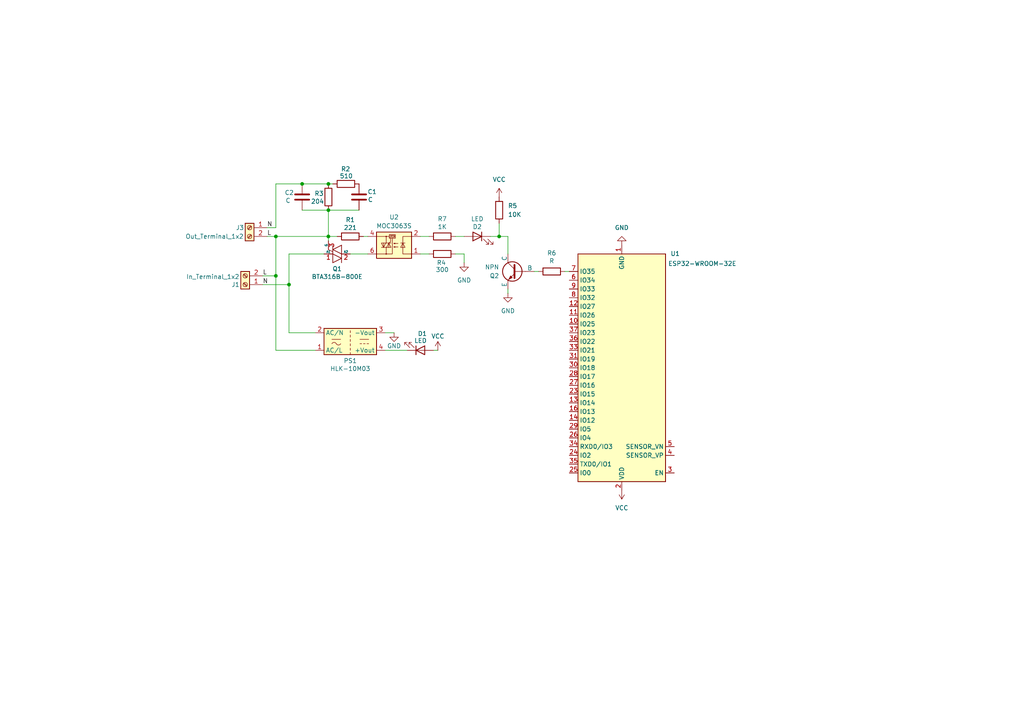
<source format=kicad_sch>
(kicad_sch (version 20250114) (generator "eeschema") (generator_version "9.0")
  (paper "A4")
  (title_block (title "Powerline") (date "2024-06-15") (rev "1") (company "Design by Brian Salehi"))
  (lib_symbols
    (symbol "Connector:Screw_Terminal_01x02" (pin_names (offset 1.016) (hide yes))
      (property "Reference" "J" (at 0 2.54 0))
      (property "Value" "Screw_Terminal_01x02" (at 0 -5.08 0))
      (symbol "Screw_Terminal_01x02_1_1"
        (rectangle (start -1.27 1.27) (end 1.27 -3.81) (stroke (width 0.254)) (fill (type background)))
        (polyline (pts (xy -0.5334 0.3302) (xy 0.3302 -0.508)) (stroke (width 0.1524)))
        (polyline (pts (xy -0.5334 -2.2098) (xy 0.3302 -3.048)) (stroke (width 0.1524)))
        (polyline (pts (xy -0.3556 0.508) (xy 0.508 -0.3302)) (stroke (width 0.1524)))
        (polyline (pts (xy -0.3556 -2.032) (xy 0.508 -2.8702)) (stroke (width 0.1524)))
        (circle (center 0 0) (radius 0.635) (stroke (width 0.1524)))
        (circle (center 0 -2.54) (radius 0.635) (stroke (width 0.1524)))
        (pin passive line (at -5.08 0 0) (length 3.81) (name "Pin_1") (number "1"))
        (pin passive line (at -5.08 -2.54 0) (length 3.81) (name "Pin_2") (number "2"))
      )
    )
    (symbol "Converter_ACDC:HLK-10M03"
      (property "Reference" "PS" (at 0 5.08 0))
      (property "Value" "HLK-10M03" (at 0 -5.08 0))
      (symbol "HLK-10M03_0_1"
        (rectangle (start -7.62 3.81) (end 7.62 -3.81) (stroke (width 0.254)) (fill (type background)))
        (polyline (pts (xy -5.334 -0.635) (xy -2.794 -0.635)))
        (arc (start -4.064 0.635) (mid -4.699 0.2495) (end -5.334 0.635))
        (arc (start -4.064 0.635) (mid -3.429 1.0072) (end -2.794 0.635))
        (polyline (pts (xy 0 3.81) (xy 0 3.175)))
        (polyline (pts (xy 0 2.54) (xy 0 1.905)))
        (polyline (pts (xy 0 1.27) (xy 0 0.635)))
        (polyline (pts (xy 0 0) (xy 0 -0.635)))
        (polyline (pts (xy 0 -1.27) (xy 0 -1.905)))
        (polyline (pts (xy 0 -2.54) (xy 0 -3.175)))
        (polyline (pts (xy 2.794 0.635) (xy 3.302 0.635)))
        (polyline (pts (xy 2.794 -0.635) (xy 5.334 -0.635)))
        (polyline (pts (xy 3.81 0.635) (xy 4.318 0.635)))
        (polyline (pts (xy 4.826 0.635) (xy 5.334 0.635)))
      )
      (symbol "HLK-10M03_1_1"
        (pin power_in line (at -10.16 2.54 0) (length 2.54) (name "AC/L") (number "1"))
        (pin power_in line (at -10.16 -2.54 0) (length 2.54) (name "AC/N") (number "2"))
        (pin power_out line (at 10.16 2.54 180) (length 2.54) (name "+Vout") (number "4"))
        (pin power_out line (at 10.16 -2.54 180) (length 2.54) (name "-Vout") (number "3"))
      )
    )
    (symbol "Device:C" (pin_numbers (hide yes)) (pin_names (offset 0.254))
      (property "Reference" "C" (at 0.635 2.54 0))
      (property "Value" "C" (at 0.635 -2.54 0))
      (symbol "C_0_1"
        (polyline (pts (xy -2.032 0.762) (xy 2.032 0.762)) (stroke (width 0.508)))
        (polyline (pts (xy -2.032 -0.762) (xy 2.032 -0.762)) (stroke (width 0.508)))
      )
      (symbol "C_1_1"
        (pin passive line (at 0 3.81 270) (length 2.794) (name "~") (number "1"))
        (pin passive line (at 0 -3.81 90) (length 2.794) (name "~") (number "2"))
      )
    )
    (symbol "Device:LED" (pin_numbers (hide yes)) (pin_names (offset 1.016) (hide yes))
      (property "Reference" "D" (at 0 2.54 0))
      (property "Value" "LED" (at 0 -2.54 0))
      (symbol "LED_0_1"
        (polyline (pts (xy -3.048 -0.762) (xy -4.572 -2.286) (xy -3.81 -2.286) (xy -4.572 -2.286) (xy -4.572 -1.524)))
        (polyline (pts (xy -1.778 -0.762) (xy -3.302 -2.286) (xy -2.54 -2.286) (xy -3.302 -2.286) (xy -3.302 -1.524)))
        (polyline (pts (xy -1.27 0) (xy 1.27 0)))
        (polyline (pts (xy -1.27 -1.27) (xy -1.27 1.27)) (stroke (width 0.254)))
        (polyline (pts (xy 1.27 -1.27) (xy 1.27 1.27) (xy -1.27 0) (xy 1.27 -1.27)) (stroke (width 0.254)))
      )
      (symbol "LED_1_1"
        (pin passive line (at -3.81 0 0) (length 2.54) (name "K") (number "1"))
        (pin passive line (at 3.81 0 180) (length 2.54) (name "A") (number "2"))
      )
    )
    (symbol "Device:R" (pin_numbers (hide yes)) (pin_names (offset 0))
      (property "Reference" "R" (at 2.032 0 90))
      (property "Value" "R" (at 0 0 90))
      (symbol "R_0_1"
        (rectangle (start -1.016 -2.54) (end 1.016 2.54) (stroke (width 0.254)))
      )
      (symbol "R_1_1"
        (pin passive line (at 0 3.81 270) (length 1.27) (name "~") (number "1"))
        (pin passive line (at 0 -3.81 90) (length 1.27) (name "~") (number "2"))
      )
    )
    (symbol "RF_Module:ESP32-WROOM-32E"
      (property "Reference" "U" (at -12.7 34.29 0))
      (property "Value" "ESP32-WROOM-32E" (at 1.27 34.29 0))
      (symbol "ESP32-WROOM-32E_0_1"
        (rectangle (start -12.7 33.02) (end 12.7 -33.02) (stroke (width 0.254)) (fill (type background)))
      )
      (symbol "ESP32-WROOM-32E_1_1"
        (pin input line (at -15.24 30.48 0) (length 2.54) (name "EN") (number "3"))
        (pin input line (at -15.24 25.4 0) (length 2.54) (name "SENSOR_VP") (number "4"))
        (pin input line (at -15.24 22.86 0) (length 2.54) (name "SENSOR_VN") (number "5"))
        (pin no_connect line (at -12.7 0 0) (length 2.54) (hide yes) (name "NC") (number "21"))
        (pin no_connect line (at -12.7 -2.54 0) (length 2.54) (hide yes) (name "NC") (number "22"))
        (pin no_connect line (at -12.7 -5.08 0) (length 2.54) (hide yes) (name "NC") (number "17"))
        (pin no_connect line (at -12.7 -7.62 0) (length 2.54) (hide yes) (name "NC") (number "18"))
        (pin no_connect line (at -12.7 -10.16 0) (length 2.54) (hide yes) (name "NC") (number "20"))
        (pin no_connect line (at -12.7 -12.7 0) (length 2.54) (hide yes) (name "NC") (number "19"))
        (pin no_connect line (at -12.7 -27.94 0) (length 2.54) (hide yes) (name "NC") (number "32"))
        (pin power_in line (at 0 35.56 270) (length 2.54) (name "VDD") (number "2"))
        (pin power_in line (at 0 -35.56 90) (length 2.54) (name "GND") (number "1"))
        (pin passive line (at 0 -35.56 90) (length 2.54) (hide yes) (name "GND") (number "15"))
        (pin passive line (at 0 -35.56 90) (length 2.54) (hide yes) (name "GND") (number "38"))
        (pin passive line (at 0 -35.56 90) (length 2.54) (hide yes) (name "GND") (number "39"))
        (pin bidirectional line (at 15.24 30.48 180) (length 2.54) (name "IO0") (number "25"))
        (pin bidirectional line (at 15.24 27.94 180) (length 2.54) (name "TXD0/IO1") (number "35"))
        (pin bidirectional line (at 15.24 25.4 180) (length 2.54) (name "IO2") (number "24"))
        (pin bidirectional line (at 15.24 22.86 180) (length 2.54) (name "RXD0/IO3") (number "34"))
        (pin bidirectional line (at 15.24 20.32 180) (length 2.54) (name "IO4") (number "26"))
        (pin bidirectional line (at 15.24 17.78 180) (length 2.54) (name "IO5") (number "29"))
        (pin bidirectional line (at 15.24 15.24 180) (length 2.54) (name "IO12") (number "14"))
        (pin bidirectional line (at 15.24 12.7 180) (length 2.54) (name "IO13") (number "16"))
        (pin bidirectional line (at 15.24 10.16 180) (length 2.54) (name "IO14") (number "13"))
        (pin bidirectional line (at 15.24 7.62 180) (length 2.54) (name "IO15") (number "23"))
        (pin bidirectional line (at 15.24 5.08 180) (length 2.54) (name "IO16") (number "27"))
        (pin bidirectional line (at 15.24 2.54 180) (length 2.54) (name "IO17") (number "28"))
        (pin bidirectional line (at 15.24 0 180) (length 2.54) (name "IO18") (number "30"))
        (pin bidirectional line (at 15.24 -2.54 180) (length 2.54) (name "IO19") (number "31"))
        (pin bidirectional line (at 15.24 -5.08 180) (length 2.54) (name "IO21") (number "33"))
        (pin bidirectional line (at 15.24 -7.62 180) (length 2.54) (name "IO22") (number "36"))
        (pin bidirectional line (at 15.24 -10.16 180) (length 2.54) (name "IO23") (number "37"))
        (pin bidirectional line (at 15.24 -12.7 180) (length 2.54) (name "IO25") (number "10"))
        (pin bidirectional line (at 15.24 -15.24 180) (length 2.54) (name "IO26") (number "11"))
        (pin bidirectional line (at 15.24 -17.78 180) (length 2.54) (name "IO27") (number "12"))
        (pin bidirectional line (at 15.24 -20.32 180) (length 2.54) (name "IO32") (number "8"))
        (pin bidirectional line (at 15.24 -22.86 180) (length 2.54) (name "IO33") (number "9"))
        (pin input line (at 15.24 -25.4 180) (length 2.54) (name "IO34") (number "6"))
        (pin input line (at 15.24 -27.94 180) (length 2.54) (name "IO35") (number "7"))
      )
    )
    (symbol "Relay_SolidState:MOC3063M"
      (property "Reference" "U" (at -5.08 5.08 0))
      (property "Value" "MOC3063M" (at 0 5.08 0))
      (symbol "MOC3063M_0_0"
        (rectangle (start -0.381 -2.032) (end 1.397 -3.048))
        (polyline (pts (xy 1.524 -0.635) (xy 1.016 -1.016) (xy 1.016 -2.032)))
        (polyline (pts (xy 2.286 -2.54) (xy 1.397 -2.54)))
        (text "ZCD" (at 0.508 -2.54 0) (effects (font (size 0.508 0.508))))
      )
      (symbol "MOC3063M_0_1"
        (rectangle (start -5.08 3.81) (end 5.08 -3.81) (stroke (width 0.254)) (fill (type background)))
        (polyline (pts (xy -5.08 2.54) (xy -2.54 2.54) (xy -2.54 -2.54) (xy -5.08 -2.54)))
        (polyline (pts (xy -3.175 -0.635) (xy -1.905 -0.635)))
        (polyline (pts (xy -2.54 -0.635) (xy -3.175 0.635) (xy -1.905 0.635) (xy -2.54 -0.635)))
        (polyline (pts (xy -1.143 0.508) (xy 0.127 0.508) (xy -0.254 0.381) (xy -0.254 0.635) (xy 0.127 0.508)))
        (polyline (pts (xy -1.143 -0.508) (xy 0.127 -0.508) (xy -0.254 -0.635) (xy -0.254 -0.381) (xy 0.127 -0.508)))
        (polyline (pts (xy 0.889 -0.635) (xy 3.683 -0.635) (xy 3.048 0.635) (xy 2.413 -0.635)))
        (polyline (pts (xy 1.524 -0.635) (xy 1.524 0.635)))
        (polyline (pts (xy 2.286 2.54) (xy 0.508 2.54) (xy 0.508 -2.032)))
        (circle (center 2.286 2.54) (radius 0.127))
        (polyline (pts (xy 2.286 0.635) (xy 2.286 2.54) (xy 5.08 2.54)))
        (polyline (pts (xy 2.286 -0.635) (xy 2.286 -2.54) (xy 5.08 -2.54)))
        (circle (center 2.286 -2.54) (radius 0.127))
        (polyline (pts (xy 3.048 0.635) (xy 3.048 -0.635)))
        (polyline (pts (xy 3.683 0.635) (xy 0.889 0.635) (xy 1.524 -0.635) (xy 2.159 0.635)))
      )
      (symbol "MOC3063M_1_1"
        (pin passive line (at -7.62 2.54 0) (length 2.54) (name "~") (number "1"))
        (pin passive line (at -7.62 -2.54 0) (length 2.54) (name "~") (number "2"))
        (pin no_connect line (at -5.08 0 0) (length 2.54) (hide yes) (name "NC") (number "3"))
        (pin no_connect line (at 5.08 0 180) (length 2.54) (hide yes) (name "NC") (number "5"))
        (pin passive line (at 7.62 2.54 180) (length 2.54) (name "~") (number "6"))
        (pin passive line (at 7.62 -2.54 180) (length 2.54) (name "~") (number "4"))
      )
    )
    (symbol "Simulation_SPICE:NPN" (pin_numbers (hide yes)) (pin_names (offset 0))
      (property "Reference" "Q" (at -2.54 7.62 0))
      (property "Value" "NPN" (at -2.54 5.08 0))
      (symbol "NPN_0_1"
        (polyline (pts (xy -2.54 0) (xy 0.635 0)) (stroke (width 0.1524)))
        (polyline (pts (xy 0.635 1.905) (xy 0.635 -1.905) (xy 0.635 -1.905)) (stroke (width 0.508)))
        (polyline (pts (xy 0.635 0.635) (xy 2.54 2.54)))
        (polyline (pts (xy 0.635 -0.635) (xy 2.54 -2.54) (xy 2.54 -2.54)))
        (circle (center 1.27 0) (radius 2.8194) (stroke (width 0.254)))
        (polyline (pts (xy 1.27 -1.778) (xy 1.778 -1.27) (xy 2.286 -2.286) (xy 1.27 -1.778) (xy 1.27 -1.778)) (fill (type outline)))
        (polyline (pts (xy 2.794 -1.27) (xy 2.794 -1.27)) (stroke (width 0.1524)))
        (polyline (pts (xy 2.794 -1.27) (xy 2.794 -1.27)) (stroke (width 0.1524)))
      )
      (symbol "NPN_1_1"
        (pin input line (at -5.08 0 0) (length 2.54) (name "B") (number "2"))
        (pin open_collector line (at 2.54 5.08 270) (length 2.54) (name "C") (number "1"))
        (pin open_emitter line (at 2.54 -5.08 90) (length 2.54) (name "E") (number "3"))
      )
    )
    (symbol "Triac_Thyristor:BTA16-800B" (pin_names (offset 0))
      (property "Reference" "Q" (at 5.08 1.905 0))
      (property "Value" "BTA16-800B" (at 5.08 0 0))
      (symbol "BTA16-800B_0_1"
        (polyline (pts (xy -2.54 1.27) (xy 2.54 1.27)) (stroke (width 0.2032)))
        (polyline (pts (xy -2.54 1.27) (xy -1.27 -1.27) (xy 0 1.27)) (stroke (width 0.2032)))
        (polyline (pts (xy -2.54 -1.27) (xy 2.54 -1.27)) (stroke (width 0.2032)))
        (polyline (pts (xy -1.27 -2.54) (xy -0.635 -1.27)))
        (polyline (pts (xy 0 -1.27) (xy 1.27 1.27) (xy 2.54 -1.27)) (stroke (width 0.2032)))
      )
      (symbol "BTA16-800B_1_1"
        (pin input line (at -3.81 -2.54 0) (length 2.54) (name "G") (number "3"))
        (pin passive line (at 0 3.81 270) (length 2.54) (name "A2") (number "2"))
        (pin passive line (at 0 -3.81 90) (length 2.54) (name "A1") (number "1"))
      )
    )
    (symbol "power:GND" (power) (pin_numbers (hide yes)) (pin_names (offset 0) (hide yes))
      (property "Value" "GND" (at 0 -3.81 0))
      (symbol "GND_0_1"
        (polyline (pts (xy 0 0) (xy 0 -1.27) (xy 1.27 -1.27) (xy 0 -2.54) (xy -1.27 -1.27) (xy 0 -1.27)))
      )
      (symbol "GND_1_1"
        (pin power_in line (at 0 0 270) (length 0) (name "~") (number "1"))
      )
    )
    (symbol "power:VCC" (power) (pin_numbers (hide yes)) (pin_names (offset 0) (hide yes))
      (property "Value" "VCC" (at 0 3.556 0))
      (symbol "VCC_0_1"
        (polyline (pts (xy -0.762 1.27) (xy 0 2.54)))
        (polyline (pts (xy 0 2.54) (xy 0.762 1.27)))
        (polyline (pts (xy 0 0) (xy 0 2.54)))
      )
      (symbol "VCC_1_1"
        (pin power_in line (at 0 0 90) (length 0) (name "~") (number "1"))
      )
    )
  )
  (junction (at 80.01 80.01))
  (junction (at 80.01 68.58))
  (junction (at 95.25 53.34))
  (junction (at 83.82 82.55))
  (junction (at 87.63 53.34))
  (junction (at 95.25 68.58))
  (junction (at 95.25 60.96))
  (junction (at 144.78 68.58))
  (wire (pts (xy 83.82 73.66) (xy 83.82 82.55)))
  (wire (pts (xy 111.76 101.6) (xy 118.11 101.6)))
  (wire (pts (xy 154.94 78.74) (xy 156.21 78.74)))
  (wire (pts (xy 121.92 68.58) (xy 124.46 68.58)))
  (wire (pts (xy 111.76 96.52) (xy 114.3 96.52)))
  (wire (pts (xy 147.32 68.58) (xy 144.78 68.58)))
  (wire (pts (xy 95.25 68.58) (xy 95.25 69.85)))
  (wire (pts (xy 134.62 73.66) (xy 132.08 73.66)))
  (wire (pts (xy 132.08 68.58) (xy 134.62 68.58)))
  (wire (pts (xy 93.98 73.66) (xy 83.82 73.66)))
  (wire (pts (xy 91.44 96.52) (xy 83.82 96.52)))
  (wire (pts (xy 87.63 60.96) (xy 95.25 60.96)))
  (wire (pts (xy 80.01 53.34) (xy 87.63 53.34)))
  (wire (pts (xy 124.46 73.66) (xy 121.92 73.66)))
  (wire (pts (xy 80.01 68.58) (xy 95.25 68.58)))
  (wire (pts (xy 87.63 53.34) (xy 95.25 53.34)))
  (wire (pts (xy 95.25 53.34) (xy 96.52 53.34)))
  (wire (pts (xy 80.01 101.6) (xy 80.01 80.01)))
  (wire (pts (xy 163.83 78.74) (xy 165.1 78.74)))
  (wire (pts (xy 142.24 68.58) (xy 144.78 68.58)))
  (wire (pts (xy 106.68 73.66) (xy 101.6 73.66)))
  (wire (pts (xy 134.62 76.2) (xy 134.62 73.66)))
  (wire (pts (xy 76.2 82.55) (xy 83.82 82.55)))
  (wire (pts (xy 77.47 68.58) (xy 80.01 68.58)))
  (wire (pts (xy 105.41 68.58) (xy 106.68 68.58)))
  (wire (pts (xy 147.32 73.66) (xy 147.32 68.58)))
  (wire (pts (xy 91.44 101.6) (xy 80.01 101.6)))
  (wire (pts (xy 95.25 68.58) (xy 97.79 68.58)))
  (wire (pts (xy 147.32 85.09) (xy 147.32 83.82)))
  (wire (pts (xy 76.2 80.01) (xy 80.01 80.01)))
  (wire (pts (xy 95.25 60.96) (xy 104.14 60.96)))
  (wire (pts (xy 80.01 53.34) (xy 80.01 66.04)))
  (wire (pts (xy 127 101.6) (xy 125.73 101.6)))
  (wire (pts (xy 77.47 66.04) (xy 80.01 66.04)))
  (wire (pts (xy 80.01 80.01) (xy 80.01 68.58)))
  (wire (pts (xy 95.25 60.96) (xy 95.25 68.58)))
  (wire (pts (xy 144.78 64.77) (xy 144.78 68.58)))
  (wire (pts (xy 83.82 96.52) (xy 83.82 82.55)))
  (label "L" (at 77.47 68.58 0))
  (label "L" (at 76.2 80.01 0))
  (label "N" (at 77.47 66.04 0))
  (label "N" (at 76.2 82.55 0))
  (symbol (lib_id "Triac_Thyristor:BTA16-800B") (at 97.79 73.66 270) (unit 1)
    (property "Reference" "Q1" (at 97.79 77.978 90))
    (property "Value" "BTA316B-800E" (at 97.79 80.264 90))
    (property "Footprint" "Package_TO_SOT_THT:TO-220-3_Vertical" (effects (hide yes)))
    (property "Datasheet" "https://www.st.com/resource/en/datasheet/bta16.pdf" (effects (hide yes)))
    (property "Description" "16A RMS, 800V Off-State Voltage, 50mA Sensitivity, Insulated, Triac, TO-220" (effects (hide yes)))
  )
  (symbol (lib_id "Device:LED") (at 138.43 68.58 0) (mirror y) (unit 1)
    (property "Reference" "D2" (at 138.43 65.786 0))
    (property "Value" "LED" (at 138.43 63.5 0))
    (property "Description" "Light emitting diode" (effects (hide yes)))
  )
  (symbol (lib_id "Device:R") (at 95.25 57.15 0) (unit 1)
    (property "Reference" "R3" (at 91.186 56.134 0) (effects (justify left)))
    (property "Value" "204" (at 90.17 58.42 0) (effects (justify left)))
    (property "Description" "Resistor" (effects (hide yes)))
  )
  (symbol (lib_id "Device:R") (at 144.78 60.96 0) (unit 1)
    (property "Reference" "R5" (at 147.32 59.6899 0) (effects (justify left)))
    (property "Value" "10K" (at 147.32 62.2299 0) (effects (justify left)))
    (property "Description" "Resistor" (effects (hide yes)))
  )
  (symbol (lib_id "Device:C") (at 104.14 57.15 0) (mirror y) (unit 1)
    (property "Reference" "C1" (at 107.95 55.626 0))
    (property "Value" "C" (at 107.442 57.912 0))
    (property "Description" "Unpolarized capacitor" (effects (hide yes)))
  )
  (symbol (lib_id "Device:C") (at 87.63 57.15 0) (unit 1)
    (property "Reference" "C2" (at 82.55 55.88 0) (effects (justify left)))
    (property "Value" "C" (at 82.804 58.166 0) (effects (justify left)))
    (property "Description" "Unpolarized capacitor" (effects (hide yes)))
  )
  (symbol (lib_id "Device:LED") (at 121.92 101.6 0) (mirror x) (unit 1)
    (property "Reference" "D1" (at 121.158 96.774 0) (effects (justify left)))
    (property "Value" "LED" (at 120.142 98.806 0) (effects (justify left)))
    (property "Description" "Light emitting diode" (effects (hide yes)))
  )
  (symbol (lib_id "power:VCC") (at 180.34 142.24 180) (unit 1)
    (property "Reference" "#PWR2" (effects (hide yes)))
    (property "Value" "VCC" (at 180.34 147.32 0))
    (property "Description" "Power symbol creates a global label with name \"VCC\"" (effects (hide yes)))
  )
  (symbol (lib_id "power:GND") (at 147.32 85.09 0) (unit 1)
    (property "Reference" "#PWR7" (effects (hide yes)))
    (property "Value" "GND" (at 147.32 90.17 0))
    (property "Description" "Power symbol creates a global label with name \"GND\" , ground" (effects (hide yes)))
  )
  (symbol (lib_id "power:GND") (at 134.62 76.2 0) (unit 1)
    (property "Reference" "#PWR4" (effects (hide yes)))
    (property "Value" "GND" (at 134.62 81.28 0))
    (property "Description" "Power symbol creates a global label with name \"GND\" , ground" (effects (hide yes)))
  )
  (symbol (lib_id "Device:R") (at 128.27 73.66 270) (unit 1)
    (property "Reference" "R4" (at 128.016 76.2 90))
    (property "Value" "300" (at 128.27 78.232 90))
    (property "Description" "Resistor" (effects (hide yes)))
  )
  (symbol (lib_id "power:VCC") (at 144.78 57.15 0) (unit 1)
    (property "Reference" "#PWR6" (effects (hide yes)))
    (property "Value" "VCC" (at 144.78 52.07 0))
    (property "Description" "Power symbol creates a global label with name \"VCC\"" (effects (hide yes)))
  )
  (symbol (lib_id "Relay_SolidState:MOC3063M") (at 114.3 71.12 180) (unit 1)
    (property "Reference" "U2" (at 114.3 62.992 0))
    (property "Value" "MOC3063S" (at 114.3 65.532 0))
    (property "Datasheet" "https://www.onsemi.com/pub/Collateral/MOC3163M-D.pdf" (effects (hide yes)))
    (property "Description" "Zero Cross Opto-Triac, Vdrm 600V, Ift 5mA, DIP6" (effects (hide yes)))
  )
  (symbol (lib_id "Connector:Screw_Terminal_01x02") (at 71.12 82.55 180) (unit 1)
    (property "Reference" "J1" (at 68.326 82.55 0))
    (property "Value" "In_Terminal_1x2" (at 61.722 80.264 0))
    (property "Description" "Generic screw terminal, single row, 01x02, script generated (kicad-library-utils/schlib/autogen/connector/)" (effects (hide yes)))
  )
  (symbol (lib_id "Device:R") (at 128.27 68.58 90) (unit 1)
    (property "Reference" "R7" (at 128.27 63.5 90))
    (property "Value" "1K" (at 128.27 65.786 90))
    (property "Description" "Resistor" (effects (hide yes)))
  )
  (symbol (lib_id "Simulation_SPICE:NPN") (at 149.86 78.74 0) (mirror y) (unit 1)
    (property "Reference" "Q2" (at 144.78 80.0101 0) (effects (justify left)))
    (property "Value" "NPN" (at 144.78 77.4701 0) (effects (justify left)))
    (property "Datasheet" "https://ngspice.sourceforge.io/docs/ngspice-html-manual/manual.xhtml#cha_BJTs" (effects (hide yes)))
    (property "Description" "Bipolar transistor symbol for simulation only, substrate tied to the emitter" (effects (hide yes)))
    (property "Sim.Device" "NPN" (effects (hide yes)))
    (property "Sim.Type" "GUMMELPOON" (effects (hide yes)))
    (property "Sim.Pins" "1=C 2=B 3=E" (effects (hide yes)))
  )
  (symbol (lib_id "Connector:Screw_Terminal_01x02") (at 72.39 66.04 0) (mirror y) (unit 1)
    (property "Reference" "J3" (at 69.596 66.04 0))
    (property "Value" "Out_Terminal_1x2" (at 62.23 68.58 0))
    (property "Description" "Generic screw terminal, single row, 01x02, script generated (kicad-library-utils/schlib/autogen/connector/)" (effects (hide yes)))
  )
  (symbol (lib_id "Converter_ACDC:HLK-10M03") (at 101.6 99.06 0) (mirror x) (unit 1)
    (property "Reference" "PS1" (at 101.6 104.648 0))
    (property "Value" "HLK-10M03" (at 101.6 106.934 0))
    (property "Footprint" "Converter_ACDC:Converter_ACDC_Hi-Link_HLK-10Mxx" (effects (hide yes)))
    (property "Datasheet" "http://h.hlktech.com/download/ACDC%E7%94%B5%E6%BA%90%E6%A8%A1%E5%9D%9710W%E7%B3%BB%E5%88%97/1/%E6%B5%B7%E5%87%8C%E7%A7%9110W%E7%B3%BB%E5%88%97%E7%94%B5%E6%BA%90%E6%A8%A1%E5%9D%97%E8%A7%84%E6%A0%BC%E4%B9%A6V1.8.pdf" (effects (hide yes)))
    (property "Description" "Compact AC/DC board mount power module 10W 3.3V" (effects (hide yes)))
  )
  (symbol (lib_id "Device:R") (at 101.6 68.58 90) (mirror x) (unit 1)
    (property "Reference" "R1" (at 101.6 63.754 90))
    (property "Value" "221" (at 101.6 66.04 90))
    (property "Description" "Resistor" (effects (hide yes)))
  )
  (symbol (lib_id "RF_Module:ESP32-WROOM-32E") (at 180.34 106.68 180) (unit 1)
    (property "Reference" "U1" (at 195.834 73.5682 0))
    (property "Value" "ESP32-WROOM-32E" (at 203.708 76.454 0))
    (property "Footprint" "RF_Module:ESP32-WROOM-32D" (effects (hide yes)))
    (property "Datasheet" "https://www.espressif.com/sites/default/files/documentation/esp32-wroom-32e_esp32-wroom-32ue_datasheet_en.pdf" (effects (hide yes)))
    (property "Description" "RF Module, ESP32-D0WD-V3 SoC, without PSRAM, Wi-Fi 802.11b/g/n, Bluetooth, BLE, 32-bit, 2.7-3.6V, onboard antenna, SMD" (effects (hide yes)))
  )
  (symbol (lib_id "power:GND") (at 114.3 96.52 0) (unit 1)
    (property "Reference" "#PWR5" (effects (hide yes)))
    (property "Value" "GND" (at 114.3 100.33 0))
    (property "Description" "Power symbol creates a global label with name \"GND\" , ground" (effects (hide yes)))
  )
  (symbol (lib_id "Device:R") (at 100.33 53.34 90) (mirror x) (unit 1)
    (property "Reference" "R2" (at 101.6 49.022 90) (effects (justify left)))
    (property "Value" "510" (at 102.362 51.054 90) (effects (justify left)))
    (property "Description" "Resistor" (effects (hide yes)))
  )
  (symbol (lib_id "power:GND") (at 180.34 71.12 180) (unit 1)
    (property "Reference" "#PWR3" (effects (hide yes)))
    (property "Value" "GND" (at 180.34 66.04 0))
    (property "Description" "Power symbol creates a global label with name \"GND\" , ground" (effects (hide yes)))
  )
  (symbol (lib_id "power:VCC") (at 127 101.6 0) (mirror y) (unit 1)
    (property "Reference" "#PWR1" (effects (hide yes)))
    (property "Value" "VCC" (at 127 97.536 0))
    (property "Description" "Power symbol creates a global label with name \"VCC\"" (effects (hide yes)))
  )
  (symbol (lib_id "Device:R") (at 160.02 78.74 90) (unit 1)
    (property "Reference" "R6" (at 160.02 73.406 90))
    (property "Value" "R" (at 160.02 75.692 90))
    (property "Description" "Resistor" (effects (hide yes)))
  )
)
</source>
